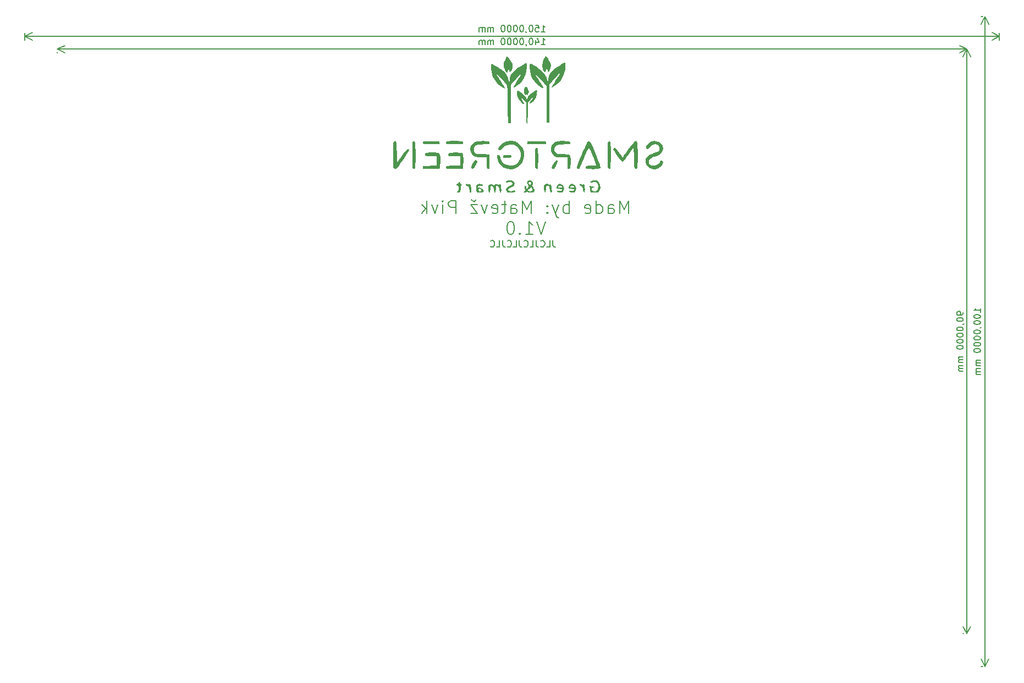
<source format=gbr>
%TF.GenerationSoftware,KiCad,Pcbnew,(6.0.5)*%
%TF.CreationDate,2022-06-14T15:57:39+02:00*%
%TF.ProjectId,SmartWatering,536d6172-7457-4617-9465-72696e672e6b,rev?*%
%TF.SameCoordinates,Original*%
%TF.FileFunction,Legend,Bot*%
%TF.FilePolarity,Positive*%
%FSLAX46Y46*%
G04 Gerber Fmt 4.6, Leading zero omitted, Abs format (unit mm)*
G04 Created by KiCad (PCBNEW (6.0.5)) date 2022-06-14 15:57:39*
%MOMM*%
%LPD*%
G01*
G04 APERTURE LIST*
%ADD10C,0.150000*%
%ADD11C,0.300000*%
G04 APERTURE END LIST*
D10*
X99523809Y-22302380D02*
X100095238Y-22302380D01*
X99809523Y-22302380D02*
X99809523Y-21302380D01*
X99904761Y-21445238D01*
X100000000Y-21540476D01*
X100095238Y-21588095D01*
X98619047Y-21302380D02*
X99095238Y-21302380D01*
X99142857Y-21778571D01*
X99095238Y-21730952D01*
X99000000Y-21683333D01*
X98761904Y-21683333D01*
X98666666Y-21730952D01*
X98619047Y-21778571D01*
X98571428Y-21873809D01*
X98571428Y-22111904D01*
X98619047Y-22207142D01*
X98666666Y-22254761D01*
X98761904Y-22302380D01*
X99000000Y-22302380D01*
X99095238Y-22254761D01*
X99142857Y-22207142D01*
X97952380Y-21302380D02*
X97857142Y-21302380D01*
X97761904Y-21350000D01*
X97714285Y-21397619D01*
X97666666Y-21492857D01*
X97619047Y-21683333D01*
X97619047Y-21921428D01*
X97666666Y-22111904D01*
X97714285Y-22207142D01*
X97761904Y-22254761D01*
X97857142Y-22302380D01*
X97952380Y-22302380D01*
X98047619Y-22254761D01*
X98095238Y-22207142D01*
X98142857Y-22111904D01*
X98190476Y-21921428D01*
X98190476Y-21683333D01*
X98142857Y-21492857D01*
X98095238Y-21397619D01*
X98047619Y-21350000D01*
X97952380Y-21302380D01*
X97142857Y-22254761D02*
X97142857Y-22302380D01*
X97190476Y-22397619D01*
X97238095Y-22445238D01*
X96523809Y-21302380D02*
X96428571Y-21302380D01*
X96333333Y-21350000D01*
X96285714Y-21397619D01*
X96238095Y-21492857D01*
X96190476Y-21683333D01*
X96190476Y-21921428D01*
X96238095Y-22111904D01*
X96285714Y-22207142D01*
X96333333Y-22254761D01*
X96428571Y-22302380D01*
X96523809Y-22302380D01*
X96619047Y-22254761D01*
X96666666Y-22207142D01*
X96714285Y-22111904D01*
X96761904Y-21921428D01*
X96761904Y-21683333D01*
X96714285Y-21492857D01*
X96666666Y-21397619D01*
X96619047Y-21350000D01*
X96523809Y-21302380D01*
X95571428Y-21302380D02*
X95476190Y-21302380D01*
X95380952Y-21350000D01*
X95333333Y-21397619D01*
X95285714Y-21492857D01*
X95238095Y-21683333D01*
X95238095Y-21921428D01*
X95285714Y-22111904D01*
X95333333Y-22207142D01*
X95380952Y-22254761D01*
X95476190Y-22302380D01*
X95571428Y-22302380D01*
X95666666Y-22254761D01*
X95714285Y-22207142D01*
X95761904Y-22111904D01*
X95809523Y-21921428D01*
X95809523Y-21683333D01*
X95761904Y-21492857D01*
X95714285Y-21397619D01*
X95666666Y-21350000D01*
X95571428Y-21302380D01*
X94619047Y-21302380D02*
X94523809Y-21302380D01*
X94428571Y-21350000D01*
X94380952Y-21397619D01*
X94333333Y-21492857D01*
X94285714Y-21683333D01*
X94285714Y-21921428D01*
X94333333Y-22111904D01*
X94380952Y-22207142D01*
X94428571Y-22254761D01*
X94523809Y-22302380D01*
X94619047Y-22302380D01*
X94714285Y-22254761D01*
X94761904Y-22207142D01*
X94809523Y-22111904D01*
X94857142Y-21921428D01*
X94857142Y-21683333D01*
X94809523Y-21492857D01*
X94761904Y-21397619D01*
X94714285Y-21350000D01*
X94619047Y-21302380D01*
X93666666Y-21302380D02*
X93571428Y-21302380D01*
X93476190Y-21350000D01*
X93428571Y-21397619D01*
X93380952Y-21492857D01*
X93333333Y-21683333D01*
X93333333Y-21921428D01*
X93380952Y-22111904D01*
X93428571Y-22207142D01*
X93476190Y-22254761D01*
X93571428Y-22302380D01*
X93666666Y-22302380D01*
X93761904Y-22254761D01*
X93809523Y-22207142D01*
X93857142Y-22111904D01*
X93904761Y-21921428D01*
X93904761Y-21683333D01*
X93857142Y-21492857D01*
X93809523Y-21397619D01*
X93761904Y-21350000D01*
X93666666Y-21302380D01*
X92142857Y-22302380D02*
X92142857Y-21635714D01*
X92142857Y-21730952D02*
X92095238Y-21683333D01*
X92000000Y-21635714D01*
X91857142Y-21635714D01*
X91761904Y-21683333D01*
X91714285Y-21778571D01*
X91714285Y-22302380D01*
X91714285Y-21778571D02*
X91666666Y-21683333D01*
X91571428Y-21635714D01*
X91428571Y-21635714D01*
X91333333Y-21683333D01*
X91285714Y-21778571D01*
X91285714Y-22302380D01*
X90809523Y-22302380D02*
X90809523Y-21635714D01*
X90809523Y-21730952D02*
X90761904Y-21683333D01*
X90666666Y-21635714D01*
X90523809Y-21635714D01*
X90428571Y-21683333D01*
X90380952Y-21778571D01*
X90380952Y-22302380D01*
X90380952Y-21778571D02*
X90333333Y-21683333D01*
X90238095Y-21635714D01*
X90095238Y-21635714D01*
X90000000Y-21683333D01*
X89952380Y-21778571D01*
X89952380Y-22302380D01*
X170000000Y-22500000D02*
X170000000Y-23586420D01*
X20000000Y-22500000D02*
X20000000Y-23586420D01*
X170000000Y-23000000D02*
X20000000Y-23000000D01*
X170000000Y-23000000D02*
X20000000Y-23000000D01*
X170000000Y-23000000D02*
X168873496Y-22413579D01*
X170000000Y-23000000D02*
X168873496Y-23586421D01*
X20000000Y-23000000D02*
X21126504Y-23586421D01*
X20000000Y-23000000D02*
X21126504Y-22413579D01*
X164452380Y-65476190D02*
X164452380Y-65666666D01*
X164404761Y-65761904D01*
X164357142Y-65809523D01*
X164214285Y-65904761D01*
X164023809Y-65952380D01*
X163642857Y-65952380D01*
X163547619Y-65904761D01*
X163500000Y-65857142D01*
X163452380Y-65761904D01*
X163452380Y-65571428D01*
X163500000Y-65476190D01*
X163547619Y-65428571D01*
X163642857Y-65380952D01*
X163880952Y-65380952D01*
X163976190Y-65428571D01*
X164023809Y-65476190D01*
X164071428Y-65571428D01*
X164071428Y-65761904D01*
X164023809Y-65857142D01*
X163976190Y-65904761D01*
X163880952Y-65952380D01*
X163452380Y-66571428D02*
X163452380Y-66666666D01*
X163500000Y-66761904D01*
X163547619Y-66809523D01*
X163642857Y-66857142D01*
X163833333Y-66904761D01*
X164071428Y-66904761D01*
X164261904Y-66857142D01*
X164357142Y-66809523D01*
X164404761Y-66761904D01*
X164452380Y-66666666D01*
X164452380Y-66571428D01*
X164404761Y-66476190D01*
X164357142Y-66428571D01*
X164261904Y-66380952D01*
X164071428Y-66333333D01*
X163833333Y-66333333D01*
X163642857Y-66380952D01*
X163547619Y-66428571D01*
X163500000Y-66476190D01*
X163452380Y-66571428D01*
X164404761Y-67380952D02*
X164452380Y-67380952D01*
X164547619Y-67333333D01*
X164595238Y-67285714D01*
X163452380Y-68000000D02*
X163452380Y-68095238D01*
X163500000Y-68190476D01*
X163547619Y-68238095D01*
X163642857Y-68285714D01*
X163833333Y-68333333D01*
X164071428Y-68333333D01*
X164261904Y-68285714D01*
X164357142Y-68238095D01*
X164404761Y-68190476D01*
X164452380Y-68095238D01*
X164452380Y-68000000D01*
X164404761Y-67904761D01*
X164357142Y-67857142D01*
X164261904Y-67809523D01*
X164071428Y-67761904D01*
X163833333Y-67761904D01*
X163642857Y-67809523D01*
X163547619Y-67857142D01*
X163500000Y-67904761D01*
X163452380Y-68000000D01*
X163452380Y-68952380D02*
X163452380Y-69047619D01*
X163500000Y-69142857D01*
X163547619Y-69190476D01*
X163642857Y-69238095D01*
X163833333Y-69285714D01*
X164071428Y-69285714D01*
X164261904Y-69238095D01*
X164357142Y-69190476D01*
X164404761Y-69142857D01*
X164452380Y-69047619D01*
X164452380Y-68952380D01*
X164404761Y-68857142D01*
X164357142Y-68809523D01*
X164261904Y-68761904D01*
X164071428Y-68714285D01*
X163833333Y-68714285D01*
X163642857Y-68761904D01*
X163547619Y-68809523D01*
X163500000Y-68857142D01*
X163452380Y-68952380D01*
X163452380Y-69904761D02*
X163452380Y-70000000D01*
X163500000Y-70095238D01*
X163547619Y-70142857D01*
X163642857Y-70190476D01*
X163833333Y-70238095D01*
X164071428Y-70238095D01*
X164261904Y-70190476D01*
X164357142Y-70142857D01*
X164404761Y-70095238D01*
X164452380Y-70000000D01*
X164452380Y-69904761D01*
X164404761Y-69809523D01*
X164357142Y-69761904D01*
X164261904Y-69714285D01*
X164071428Y-69666666D01*
X163833333Y-69666666D01*
X163642857Y-69714285D01*
X163547619Y-69761904D01*
X163500000Y-69809523D01*
X163452380Y-69904761D01*
X163452380Y-70857142D02*
X163452380Y-70952380D01*
X163500000Y-71047619D01*
X163547619Y-71095238D01*
X163642857Y-71142857D01*
X163833333Y-71190476D01*
X164071428Y-71190476D01*
X164261904Y-71142857D01*
X164357142Y-71095238D01*
X164404761Y-71047619D01*
X164452380Y-70952380D01*
X164452380Y-70857142D01*
X164404761Y-70761904D01*
X164357142Y-70714285D01*
X164261904Y-70666666D01*
X164071428Y-70619047D01*
X163833333Y-70619047D01*
X163642857Y-70666666D01*
X163547619Y-70714285D01*
X163500000Y-70761904D01*
X163452380Y-70857142D01*
X164452380Y-72380952D02*
X163785714Y-72380952D01*
X163880952Y-72380952D02*
X163833333Y-72428571D01*
X163785714Y-72523809D01*
X163785714Y-72666666D01*
X163833333Y-72761904D01*
X163928571Y-72809523D01*
X164452380Y-72809523D01*
X163928571Y-72809523D02*
X163833333Y-72857142D01*
X163785714Y-72952380D01*
X163785714Y-73095238D01*
X163833333Y-73190476D01*
X163928571Y-73238095D01*
X164452380Y-73238095D01*
X164452380Y-73714285D02*
X163785714Y-73714285D01*
X163880952Y-73714285D02*
X163833333Y-73761904D01*
X163785714Y-73857142D01*
X163785714Y-74000000D01*
X163833333Y-74095238D01*
X163928571Y-74142857D01*
X164452380Y-74142857D01*
X163928571Y-74142857D02*
X163833333Y-74190476D01*
X163785714Y-74285714D01*
X163785714Y-74428571D01*
X163833333Y-74523809D01*
X163928571Y-74571428D01*
X164452380Y-74571428D01*
X164500000Y-115000000D02*
X164413580Y-115000000D01*
X164500000Y-25000000D02*
X164413580Y-25000000D01*
X165000000Y-115000000D02*
X165000000Y-25000000D01*
X165000000Y-115000000D02*
X165000000Y-25000000D01*
X165000000Y-115000000D02*
X165586421Y-113873496D01*
X165000000Y-115000000D02*
X164413579Y-113873496D01*
X165000000Y-25000000D02*
X164413579Y-26126504D01*
X165000000Y-25000000D02*
X165586421Y-26126504D01*
X99523809Y-24302380D02*
X100095238Y-24302380D01*
X99809523Y-24302380D02*
X99809523Y-23302380D01*
X99904761Y-23445238D01*
X100000000Y-23540476D01*
X100095238Y-23588095D01*
X98666666Y-23635714D02*
X98666666Y-24302380D01*
X98904761Y-23254761D02*
X99142857Y-23969047D01*
X98523809Y-23969047D01*
X97952380Y-23302380D02*
X97857142Y-23302380D01*
X97761904Y-23350000D01*
X97714285Y-23397619D01*
X97666666Y-23492857D01*
X97619047Y-23683333D01*
X97619047Y-23921428D01*
X97666666Y-24111904D01*
X97714285Y-24207142D01*
X97761904Y-24254761D01*
X97857142Y-24302380D01*
X97952380Y-24302380D01*
X98047619Y-24254761D01*
X98095238Y-24207142D01*
X98142857Y-24111904D01*
X98190476Y-23921428D01*
X98190476Y-23683333D01*
X98142857Y-23492857D01*
X98095238Y-23397619D01*
X98047619Y-23350000D01*
X97952380Y-23302380D01*
X97142857Y-24254761D02*
X97142857Y-24302380D01*
X97190476Y-24397619D01*
X97238095Y-24445238D01*
X96523809Y-23302380D02*
X96428571Y-23302380D01*
X96333333Y-23350000D01*
X96285714Y-23397619D01*
X96238095Y-23492857D01*
X96190476Y-23683333D01*
X96190476Y-23921428D01*
X96238095Y-24111904D01*
X96285714Y-24207142D01*
X96333333Y-24254761D01*
X96428571Y-24302380D01*
X96523809Y-24302380D01*
X96619047Y-24254761D01*
X96666666Y-24207142D01*
X96714285Y-24111904D01*
X96761904Y-23921428D01*
X96761904Y-23683333D01*
X96714285Y-23492857D01*
X96666666Y-23397619D01*
X96619047Y-23350000D01*
X96523809Y-23302380D01*
X95571428Y-23302380D02*
X95476190Y-23302380D01*
X95380952Y-23350000D01*
X95333333Y-23397619D01*
X95285714Y-23492857D01*
X95238095Y-23683333D01*
X95238095Y-23921428D01*
X95285714Y-24111904D01*
X95333333Y-24207142D01*
X95380952Y-24254761D01*
X95476190Y-24302380D01*
X95571428Y-24302380D01*
X95666666Y-24254761D01*
X95714285Y-24207142D01*
X95761904Y-24111904D01*
X95809523Y-23921428D01*
X95809523Y-23683333D01*
X95761904Y-23492857D01*
X95714285Y-23397619D01*
X95666666Y-23350000D01*
X95571428Y-23302380D01*
X94619047Y-23302380D02*
X94523809Y-23302380D01*
X94428571Y-23350000D01*
X94380952Y-23397619D01*
X94333333Y-23492857D01*
X94285714Y-23683333D01*
X94285714Y-23921428D01*
X94333333Y-24111904D01*
X94380952Y-24207142D01*
X94428571Y-24254761D01*
X94523809Y-24302380D01*
X94619047Y-24302380D01*
X94714285Y-24254761D01*
X94761904Y-24207142D01*
X94809523Y-24111904D01*
X94857142Y-23921428D01*
X94857142Y-23683333D01*
X94809523Y-23492857D01*
X94761904Y-23397619D01*
X94714285Y-23350000D01*
X94619047Y-23302380D01*
X93666666Y-23302380D02*
X93571428Y-23302380D01*
X93476190Y-23350000D01*
X93428571Y-23397619D01*
X93380952Y-23492857D01*
X93333333Y-23683333D01*
X93333333Y-23921428D01*
X93380952Y-24111904D01*
X93428571Y-24207142D01*
X93476190Y-24254761D01*
X93571428Y-24302380D01*
X93666666Y-24302380D01*
X93761904Y-24254761D01*
X93809523Y-24207142D01*
X93857142Y-24111904D01*
X93904761Y-23921428D01*
X93904761Y-23683333D01*
X93857142Y-23492857D01*
X93809523Y-23397619D01*
X93761904Y-23350000D01*
X93666666Y-23302380D01*
X92142857Y-24302380D02*
X92142857Y-23635714D01*
X92142857Y-23730952D02*
X92095238Y-23683333D01*
X92000000Y-23635714D01*
X91857142Y-23635714D01*
X91761904Y-23683333D01*
X91714285Y-23778571D01*
X91714285Y-24302380D01*
X91714285Y-23778571D02*
X91666666Y-23683333D01*
X91571428Y-23635714D01*
X91428571Y-23635714D01*
X91333333Y-23683333D01*
X91285714Y-23778571D01*
X91285714Y-24302380D01*
X90809523Y-24302380D02*
X90809523Y-23635714D01*
X90809523Y-23730952D02*
X90761904Y-23683333D01*
X90666666Y-23635714D01*
X90523809Y-23635714D01*
X90428571Y-23683333D01*
X90380952Y-23778571D01*
X90380952Y-24302380D01*
X90380952Y-23778571D02*
X90333333Y-23683333D01*
X90238095Y-23635714D01*
X90095238Y-23635714D01*
X90000000Y-23683333D01*
X89952380Y-23778571D01*
X89952380Y-24302380D01*
X165000000Y-25500000D02*
X165000000Y-25586420D01*
X25000000Y-25500000D02*
X25000000Y-25586420D01*
X165000000Y-25000000D02*
X25000000Y-25000000D01*
X165000000Y-25000000D02*
X25000000Y-25000000D01*
X165000000Y-25000000D02*
X163873496Y-24413579D01*
X165000000Y-25000000D02*
X163873496Y-25586421D01*
X25000000Y-25000000D02*
X26126504Y-25586421D01*
X25000000Y-25000000D02*
X26126504Y-24413579D01*
X167102380Y-65476190D02*
X167102380Y-64904761D01*
X167102380Y-65190476D02*
X166102380Y-65190476D01*
X166245238Y-65095238D01*
X166340476Y-65000000D01*
X166388095Y-64904761D01*
X166102380Y-66095238D02*
X166102380Y-66190476D01*
X166150000Y-66285714D01*
X166197619Y-66333333D01*
X166292857Y-66380952D01*
X166483333Y-66428571D01*
X166721428Y-66428571D01*
X166911904Y-66380952D01*
X167007142Y-66333333D01*
X167054761Y-66285714D01*
X167102380Y-66190476D01*
X167102380Y-66095238D01*
X167054761Y-66000000D01*
X167007142Y-65952380D01*
X166911904Y-65904761D01*
X166721428Y-65857142D01*
X166483333Y-65857142D01*
X166292857Y-65904761D01*
X166197619Y-65952380D01*
X166150000Y-66000000D01*
X166102380Y-66095238D01*
X166102380Y-67047619D02*
X166102380Y-67142857D01*
X166150000Y-67238095D01*
X166197619Y-67285714D01*
X166292857Y-67333333D01*
X166483333Y-67380952D01*
X166721428Y-67380952D01*
X166911904Y-67333333D01*
X167007142Y-67285714D01*
X167054761Y-67238095D01*
X167102380Y-67142857D01*
X167102380Y-67047619D01*
X167054761Y-66952380D01*
X167007142Y-66904761D01*
X166911904Y-66857142D01*
X166721428Y-66809523D01*
X166483333Y-66809523D01*
X166292857Y-66857142D01*
X166197619Y-66904761D01*
X166150000Y-66952380D01*
X166102380Y-67047619D01*
X167054761Y-67857142D02*
X167102380Y-67857142D01*
X167197619Y-67809523D01*
X167245238Y-67761904D01*
X166102380Y-68476190D02*
X166102380Y-68571428D01*
X166150000Y-68666666D01*
X166197619Y-68714285D01*
X166292857Y-68761904D01*
X166483333Y-68809523D01*
X166721428Y-68809523D01*
X166911904Y-68761904D01*
X167007142Y-68714285D01*
X167054761Y-68666666D01*
X167102380Y-68571428D01*
X167102380Y-68476190D01*
X167054761Y-68380952D01*
X167007142Y-68333333D01*
X166911904Y-68285714D01*
X166721428Y-68238095D01*
X166483333Y-68238095D01*
X166292857Y-68285714D01*
X166197619Y-68333333D01*
X166150000Y-68380952D01*
X166102380Y-68476190D01*
X166102380Y-69428571D02*
X166102380Y-69523809D01*
X166150000Y-69619047D01*
X166197619Y-69666666D01*
X166292857Y-69714285D01*
X166483333Y-69761904D01*
X166721428Y-69761904D01*
X166911904Y-69714285D01*
X167007142Y-69666666D01*
X167054761Y-69619047D01*
X167102380Y-69523809D01*
X167102380Y-69428571D01*
X167054761Y-69333333D01*
X167007142Y-69285714D01*
X166911904Y-69238095D01*
X166721428Y-69190476D01*
X166483333Y-69190476D01*
X166292857Y-69238095D01*
X166197619Y-69285714D01*
X166150000Y-69333333D01*
X166102380Y-69428571D01*
X166102380Y-70380952D02*
X166102380Y-70476190D01*
X166150000Y-70571428D01*
X166197619Y-70619047D01*
X166292857Y-70666666D01*
X166483333Y-70714285D01*
X166721428Y-70714285D01*
X166911904Y-70666666D01*
X167007142Y-70619047D01*
X167054761Y-70571428D01*
X167102380Y-70476190D01*
X167102380Y-70380952D01*
X167054761Y-70285714D01*
X167007142Y-70238095D01*
X166911904Y-70190476D01*
X166721428Y-70142857D01*
X166483333Y-70142857D01*
X166292857Y-70190476D01*
X166197619Y-70238095D01*
X166150000Y-70285714D01*
X166102380Y-70380952D01*
X166102380Y-71333333D02*
X166102380Y-71428571D01*
X166150000Y-71523809D01*
X166197619Y-71571428D01*
X166292857Y-71619047D01*
X166483333Y-71666666D01*
X166721428Y-71666666D01*
X166911904Y-71619047D01*
X167007142Y-71571428D01*
X167054761Y-71523809D01*
X167102380Y-71428571D01*
X167102380Y-71333333D01*
X167054761Y-71238095D01*
X167007142Y-71190476D01*
X166911904Y-71142857D01*
X166721428Y-71095238D01*
X166483333Y-71095238D01*
X166292857Y-71142857D01*
X166197619Y-71190476D01*
X166150000Y-71238095D01*
X166102380Y-71333333D01*
X167102380Y-72857142D02*
X166435714Y-72857142D01*
X166530952Y-72857142D02*
X166483333Y-72904761D01*
X166435714Y-73000000D01*
X166435714Y-73142857D01*
X166483333Y-73238095D01*
X166578571Y-73285714D01*
X167102380Y-73285714D01*
X166578571Y-73285714D02*
X166483333Y-73333333D01*
X166435714Y-73428571D01*
X166435714Y-73571428D01*
X166483333Y-73666666D01*
X166578571Y-73714285D01*
X167102380Y-73714285D01*
X167102380Y-74190476D02*
X166435714Y-74190476D01*
X166530952Y-74190476D02*
X166483333Y-74238095D01*
X166435714Y-74333333D01*
X166435714Y-74476190D01*
X166483333Y-74571428D01*
X166578571Y-74619047D01*
X167102380Y-74619047D01*
X166578571Y-74619047D02*
X166483333Y-74666666D01*
X166435714Y-74761904D01*
X166435714Y-74904761D01*
X166483333Y-75000000D01*
X166578571Y-75047619D01*
X167102380Y-75047619D01*
X167500000Y-120000000D02*
X167213580Y-120000000D01*
X167500000Y-20000000D02*
X167213580Y-20000000D01*
X167800000Y-120000000D02*
X167800000Y-20000000D01*
X167800000Y-120000000D02*
X167800000Y-20000000D01*
X167800000Y-120000000D02*
X168386421Y-118873496D01*
X167800000Y-120000000D02*
X167213579Y-118873496D01*
X167800000Y-20000000D02*
X167213579Y-21126504D01*
X167800000Y-20000000D02*
X168386421Y-21126504D01*
X112927142Y-50294761D02*
X112927142Y-48294761D01*
X112260476Y-49723333D01*
X111593809Y-48294761D01*
X111593809Y-50294761D01*
X109784285Y-50294761D02*
X109784285Y-49247142D01*
X109879523Y-49056666D01*
X110070000Y-48961428D01*
X110450952Y-48961428D01*
X110641428Y-49056666D01*
X109784285Y-50199523D02*
X109974761Y-50294761D01*
X110450952Y-50294761D01*
X110641428Y-50199523D01*
X110736666Y-50009047D01*
X110736666Y-49818571D01*
X110641428Y-49628095D01*
X110450952Y-49532857D01*
X109974761Y-49532857D01*
X109784285Y-49437619D01*
X107974761Y-50294761D02*
X107974761Y-48294761D01*
X107974761Y-50199523D02*
X108165238Y-50294761D01*
X108546190Y-50294761D01*
X108736666Y-50199523D01*
X108831904Y-50104285D01*
X108927142Y-49913809D01*
X108927142Y-49342380D01*
X108831904Y-49151904D01*
X108736666Y-49056666D01*
X108546190Y-48961428D01*
X108165238Y-48961428D01*
X107974761Y-49056666D01*
X106260476Y-50199523D02*
X106450952Y-50294761D01*
X106831904Y-50294761D01*
X107022380Y-50199523D01*
X107117619Y-50009047D01*
X107117619Y-49247142D01*
X107022380Y-49056666D01*
X106831904Y-48961428D01*
X106450952Y-48961428D01*
X106260476Y-49056666D01*
X106165238Y-49247142D01*
X106165238Y-49437619D01*
X107117619Y-49628095D01*
X103784285Y-50294761D02*
X103784285Y-48294761D01*
X103784285Y-49056666D02*
X103593809Y-48961428D01*
X103212857Y-48961428D01*
X103022380Y-49056666D01*
X102927142Y-49151904D01*
X102831904Y-49342380D01*
X102831904Y-49913809D01*
X102927142Y-50104285D01*
X103022380Y-50199523D01*
X103212857Y-50294761D01*
X103593809Y-50294761D01*
X103784285Y-50199523D01*
X102165238Y-48961428D02*
X101689047Y-50294761D01*
X101212857Y-48961428D02*
X101689047Y-50294761D01*
X101879523Y-50770952D01*
X101974761Y-50866190D01*
X102165238Y-50961428D01*
X100450952Y-50104285D02*
X100355714Y-50199523D01*
X100450952Y-50294761D01*
X100546190Y-50199523D01*
X100450952Y-50104285D01*
X100450952Y-50294761D01*
X100450952Y-49056666D02*
X100355714Y-49151904D01*
X100450952Y-49247142D01*
X100546190Y-49151904D01*
X100450952Y-49056666D01*
X100450952Y-49247142D01*
X97974761Y-50294761D02*
X97974761Y-48294761D01*
X97308095Y-49723333D01*
X96641428Y-48294761D01*
X96641428Y-50294761D01*
X94831904Y-50294761D02*
X94831904Y-49247142D01*
X94927142Y-49056666D01*
X95117619Y-48961428D01*
X95498571Y-48961428D01*
X95689047Y-49056666D01*
X94831904Y-50199523D02*
X95022380Y-50294761D01*
X95498571Y-50294761D01*
X95689047Y-50199523D01*
X95784285Y-50009047D01*
X95784285Y-49818571D01*
X95689047Y-49628095D01*
X95498571Y-49532857D01*
X95022380Y-49532857D01*
X94831904Y-49437619D01*
X94165238Y-48961428D02*
X93403333Y-48961428D01*
X93879523Y-48294761D02*
X93879523Y-50009047D01*
X93784285Y-50199523D01*
X93593809Y-50294761D01*
X93403333Y-50294761D01*
X91974761Y-50199523D02*
X92165238Y-50294761D01*
X92546190Y-50294761D01*
X92736666Y-50199523D01*
X92831904Y-50009047D01*
X92831904Y-49247142D01*
X92736666Y-49056666D01*
X92546190Y-48961428D01*
X92165238Y-48961428D01*
X91974761Y-49056666D01*
X91879523Y-49247142D01*
X91879523Y-49437619D01*
X92831904Y-49628095D01*
X91212857Y-48961428D02*
X90736666Y-50294761D01*
X90260476Y-48961428D01*
X89689047Y-48961428D02*
X88641428Y-48961428D01*
X89689047Y-50294761D01*
X88641428Y-50294761D01*
X89498571Y-48199523D02*
X89117619Y-48485238D01*
X88736666Y-48199523D01*
X86355714Y-50294761D02*
X86355714Y-48294761D01*
X85593809Y-48294761D01*
X85403333Y-48390000D01*
X85308095Y-48485238D01*
X85212857Y-48675714D01*
X85212857Y-48961428D01*
X85308095Y-49151904D01*
X85403333Y-49247142D01*
X85593809Y-49342380D01*
X86355714Y-49342380D01*
X84355714Y-50294761D02*
X84355714Y-48961428D01*
X84355714Y-48294761D02*
X84450952Y-48390000D01*
X84355714Y-48485238D01*
X84260476Y-48390000D01*
X84355714Y-48294761D01*
X84355714Y-48485238D01*
X83593809Y-48961428D02*
X83117619Y-50294761D01*
X82641428Y-48961428D01*
X81879523Y-50294761D02*
X81879523Y-48294761D01*
X81689047Y-49532857D02*
X81117619Y-50294761D01*
X81117619Y-48961428D02*
X81879523Y-49723333D01*
X100117619Y-51514761D02*
X99450952Y-53514761D01*
X98784285Y-51514761D01*
X97070000Y-53514761D02*
X98212857Y-53514761D01*
X97641428Y-53514761D02*
X97641428Y-51514761D01*
X97831904Y-51800476D01*
X98022380Y-51990952D01*
X98212857Y-52086190D01*
X96212857Y-53324285D02*
X96117619Y-53419523D01*
X96212857Y-53514761D01*
X96308095Y-53419523D01*
X96212857Y-53324285D01*
X96212857Y-53514761D01*
X94879523Y-51514761D02*
X94689047Y-51514761D01*
X94498571Y-51610000D01*
X94403333Y-51705238D01*
X94308095Y-51895714D01*
X94212857Y-52276666D01*
X94212857Y-52752857D01*
X94308095Y-53133809D01*
X94403333Y-53324285D01*
X94498571Y-53419523D01*
X94689047Y-53514761D01*
X94879523Y-53514761D01*
X95070000Y-53419523D01*
X95165238Y-53324285D01*
X95260476Y-53133809D01*
X95355714Y-52752857D01*
X95355714Y-52276666D01*
X95260476Y-51895714D01*
X95165238Y-51705238D01*
X95070000Y-51610000D01*
X94879523Y-51514761D01*
X101280605Y-54452380D02*
X101280605Y-55166666D01*
X101328224Y-55309523D01*
X101423462Y-55404761D01*
X101566319Y-55452380D01*
X101661558Y-55452380D01*
X100328224Y-55452380D02*
X100804415Y-55452380D01*
X100804415Y-54452380D01*
X99423462Y-55357142D02*
X99471081Y-55404761D01*
X99613938Y-55452380D01*
X99709177Y-55452380D01*
X99852034Y-55404761D01*
X99947272Y-55309523D01*
X99994891Y-55214285D01*
X100042510Y-55023809D01*
X100042510Y-54880952D01*
X99994891Y-54690476D01*
X99947272Y-54595238D01*
X99852034Y-54500000D01*
X99709177Y-54452380D01*
X99613938Y-54452380D01*
X99471081Y-54500000D01*
X99423462Y-54547619D01*
X98709177Y-54452380D02*
X98709177Y-55166666D01*
X98756796Y-55309523D01*
X98852034Y-55404761D01*
X98994891Y-55452380D01*
X99090129Y-55452380D01*
X97756796Y-55452380D02*
X98232986Y-55452380D01*
X98232986Y-54452380D01*
X96852034Y-55357142D02*
X96899653Y-55404761D01*
X97042510Y-55452380D01*
X97137748Y-55452380D01*
X97280605Y-55404761D01*
X97375843Y-55309523D01*
X97423462Y-55214285D01*
X97471081Y-55023809D01*
X97471081Y-54880952D01*
X97423462Y-54690476D01*
X97375843Y-54595238D01*
X97280605Y-54500000D01*
X97137748Y-54452380D01*
X97042510Y-54452380D01*
X96899653Y-54500000D01*
X96852034Y-54547619D01*
X96137748Y-54452380D02*
X96137748Y-55166666D01*
X96185367Y-55309523D01*
X96280605Y-55404761D01*
X96423462Y-55452380D01*
X96518700Y-55452380D01*
X95185367Y-55452380D02*
X95661558Y-55452380D01*
X95661558Y-54452380D01*
X94280605Y-55357142D02*
X94328224Y-55404761D01*
X94471081Y-55452380D01*
X94566319Y-55452380D01*
X94709177Y-55404761D01*
X94804415Y-55309523D01*
X94852034Y-55214285D01*
X94899653Y-55023809D01*
X94899653Y-54880952D01*
X94852034Y-54690476D01*
X94804415Y-54595238D01*
X94709177Y-54500000D01*
X94566319Y-54452380D01*
X94471081Y-54452380D01*
X94328224Y-54500000D01*
X94280605Y-54547619D01*
X93566319Y-54452380D02*
X93566319Y-55166666D01*
X93613938Y-55309523D01*
X93709177Y-55404761D01*
X93852034Y-55452380D01*
X93947272Y-55452380D01*
X92613938Y-55452380D02*
X93090129Y-55452380D01*
X93090129Y-54452380D01*
X91709177Y-55357142D02*
X91756796Y-55404761D01*
X91899653Y-55452380D01*
X91994891Y-55452380D01*
X92137748Y-55404761D01*
X92232986Y-55309523D01*
X92280605Y-55214285D01*
X92328224Y-55023809D01*
X92328224Y-54880952D01*
X92280605Y-54690476D01*
X92232986Y-54595238D01*
X92137748Y-54500000D01*
X91994891Y-54452380D01*
X91899653Y-54452380D01*
X91756796Y-54500000D01*
X91709177Y-54547619D01*
D11*
%TO.C, *%
G36*
X97209961Y-30781209D02*
G01*
X97329411Y-30926798D01*
X97451449Y-31142971D01*
X97546420Y-31374312D01*
X97584667Y-31565405D01*
X97565583Y-31725322D01*
X97484886Y-31962732D01*
X97466781Y-31995950D01*
X97405317Y-32081405D01*
X97359711Y-32039186D01*
X97300182Y-31851333D01*
X97215259Y-31555000D01*
X97167130Y-31851333D01*
X97119000Y-32147666D01*
X96970833Y-31938327D01*
X96871303Y-31746700D01*
X96822667Y-31533441D01*
X96827640Y-31460512D01*
X96878411Y-31236221D01*
X96964803Y-31004809D01*
X97062866Y-30823787D01*
X97148650Y-30750666D01*
X97209961Y-30781209D01*
G37*
G36*
X102009354Y-42108421D02*
G01*
X102045207Y-42278682D01*
X101966177Y-42556958D01*
X101773080Y-42935624D01*
X101762049Y-42954358D01*
X101557749Y-43259619D01*
X101391165Y-43410701D01*
X101249230Y-43414438D01*
X101118877Y-43277660D01*
X101106336Y-43239143D01*
X101136274Y-43061678D01*
X101241138Y-42817043D01*
X101393808Y-42549580D01*
X101567164Y-42303635D01*
X101734086Y-42123549D01*
X101867455Y-42053666D01*
X102009354Y-42108421D01*
G37*
G36*
X86866358Y-40919625D02*
G01*
X87163525Y-40949586D01*
X87345566Y-40998312D01*
X87396302Y-41032023D01*
X87447256Y-41102875D01*
X87480187Y-41228308D01*
X87498945Y-41437005D01*
X87507378Y-41757649D01*
X87509333Y-42218923D01*
X87509025Y-42361444D01*
X87501375Y-42823110D01*
X87482284Y-43137565D01*
X87450182Y-43322248D01*
X87403500Y-43394593D01*
X87388404Y-43398648D01*
X87232114Y-43414500D01*
X86949546Y-43428243D01*
X86575272Y-43438522D01*
X86143867Y-43443982D01*
X85643227Y-43441583D01*
X85258608Y-43423179D01*
X85005992Y-43383203D01*
X84866356Y-43316311D01*
X84820677Y-43217158D01*
X84849931Y-43080398D01*
X84851805Y-43075740D01*
X84900129Y-43018569D01*
X85006516Y-42980150D01*
X85198767Y-42957010D01*
X85504681Y-42945673D01*
X85952059Y-42942666D01*
X87001333Y-42942666D01*
X87001333Y-41509257D01*
X86142502Y-41485128D01*
X85925958Y-41478082D01*
X85594173Y-41458905D01*
X85382798Y-41428217D01*
X85259014Y-41379909D01*
X85190002Y-41307874D01*
X85179640Y-41290354D01*
X85149687Y-41154924D01*
X85260682Y-41032707D01*
X85273307Y-41024575D01*
X85451955Y-40972163D01*
X85746862Y-40934698D01*
X86111749Y-40912945D01*
X86500340Y-40907666D01*
X86866358Y-40919625D01*
G37*
G36*
X93207428Y-45795239D02*
G01*
X93282062Y-45997676D01*
X93331730Y-46318778D01*
X93350402Y-46731500D01*
X93334384Y-46952943D01*
X93277431Y-47093677D01*
X93198213Y-47085746D01*
X93116851Y-46934885D01*
X93053465Y-46646833D01*
X93022223Y-46449873D01*
X92943813Y-46176993D01*
X92829560Y-46032806D01*
X92663633Y-45990666D01*
X92588945Y-46003817D01*
X92535026Y-46075164D01*
X92510482Y-46241940D01*
X92504667Y-46541000D01*
X92504270Y-46621837D01*
X92490517Y-46901979D01*
X92452468Y-47048822D01*
X92383759Y-47091333D01*
X92338651Y-47074906D01*
X92261748Y-46930467D01*
X92204987Y-46628199D01*
X92189490Y-46520839D01*
X92099289Y-46193232D01*
X91964398Y-46025966D01*
X91786078Y-46020870D01*
X91715554Y-46088477D01*
X91671216Y-46266142D01*
X91658000Y-46580676D01*
X91648087Y-46867419D01*
X91611483Y-47039492D01*
X91542508Y-47091333D01*
X91528582Y-47088540D01*
X91452965Y-46985159D01*
X91385805Y-46765253D01*
X91337721Y-46473413D01*
X91319333Y-46154230D01*
X91337864Y-46043247D01*
X91466697Y-45862640D01*
X91670856Y-45757611D01*
X91893897Y-45749915D01*
X92079375Y-45861306D01*
X92103291Y-45889125D01*
X92195414Y-45942897D01*
X92307456Y-45861306D01*
X92478164Y-45763456D01*
X92715219Y-45746906D01*
X92911067Y-45838266D01*
X92987676Y-45897171D01*
X93012667Y-45838266D01*
X93023373Y-45795743D01*
X93128589Y-45736666D01*
X93207428Y-45795239D01*
G37*
G36*
X103404109Y-39143418D02*
G01*
X103736248Y-39180756D01*
X103933320Y-39250714D01*
X104012042Y-39359316D01*
X103989130Y-39512588D01*
X103930065Y-39575342D01*
X103790970Y-39614757D01*
X103542235Y-39635165D01*
X103154157Y-39641138D01*
X102713654Y-39649860D01*
X102272004Y-39689696D01*
X101955933Y-39767674D01*
X101741927Y-39890214D01*
X101606469Y-40063737D01*
X101597637Y-40081028D01*
X101491801Y-40393341D01*
X101532778Y-40657279D01*
X101726821Y-40917179D01*
X101798577Y-40987319D01*
X101906432Y-41072552D01*
X102032159Y-41124882D01*
X102213623Y-41152331D01*
X102488688Y-41162919D01*
X102895221Y-41164666D01*
X103001881Y-41165049D01*
X103464668Y-41179155D01*
X103772114Y-41213109D01*
X103917733Y-41266266D01*
X103952019Y-41341822D01*
X103989643Y-41564363D01*
X104013093Y-41881438D01*
X104022369Y-42249168D01*
X104017471Y-42623675D01*
X103998399Y-42961080D01*
X103965153Y-43217503D01*
X103917733Y-43349066D01*
X103850388Y-43415036D01*
X103775803Y-43443543D01*
X103645258Y-43399274D01*
X103622711Y-43388075D01*
X103567135Y-43316280D01*
X103533090Y-43166253D01*
X103516012Y-42907686D01*
X103511333Y-42510274D01*
X103511333Y-41672666D01*
X102677188Y-41672666D01*
X102441512Y-41671413D01*
X102111921Y-41659495D01*
X101883713Y-41628727D01*
X101712864Y-41571569D01*
X101555354Y-41480478D01*
X101443402Y-41397030D01*
X101162879Y-41069766D01*
X101013956Y-40687395D01*
X100994469Y-40284675D01*
X101102254Y-39896365D01*
X101335147Y-39557223D01*
X101690985Y-39302007D01*
X101717706Y-39289330D01*
X101924099Y-39211720D01*
X102166170Y-39163770D01*
X102488341Y-39139434D01*
X102935031Y-39132666D01*
X103404109Y-39143418D01*
G37*
G36*
X104826720Y-46728584D02*
G01*
X104722297Y-46940456D01*
X104564818Y-47037607D01*
X104328514Y-47084512D01*
X104080120Y-47074025D01*
X103877740Y-47009092D01*
X103779479Y-46892657D01*
X103772537Y-46845153D01*
X103804592Y-46773949D01*
X103948051Y-46801337D01*
X104119097Y-46843672D01*
X104379334Y-46840038D01*
X104539586Y-46735741D01*
X104595307Y-46625989D01*
X104573823Y-46545461D01*
X104432287Y-46507916D01*
X104146333Y-46498666D01*
X103913771Y-46495198D01*
X103756643Y-46471347D01*
X103692755Y-46408225D01*
X103680667Y-46287000D01*
X103683002Y-46244026D01*
X103707752Y-46181166D01*
X103950349Y-46181166D01*
X103955176Y-46266624D01*
X104047639Y-46316606D01*
X104270104Y-46329333D01*
X104352607Y-46328927D01*
X104523540Y-46315333D01*
X104569569Y-46265082D01*
X104524618Y-46154925D01*
X104406669Y-46043051D01*
X104220958Y-46002224D01*
X104045899Y-46049311D01*
X103950349Y-46181166D01*
X103707752Y-46181166D01*
X103779195Y-45999714D01*
X103976443Y-45811817D01*
X104219582Y-45736666D01*
X104426312Y-45788119D01*
X104642915Y-45912145D01*
X104728684Y-45988093D01*
X104837205Y-46168844D01*
X104847631Y-46265082D01*
X104866000Y-46434645D01*
X104826720Y-46728584D01*
G37*
G36*
X103182924Y-27094358D02*
G01*
X103217616Y-27289051D01*
X103231763Y-27564581D01*
X103223159Y-27875868D01*
X103189598Y-28177832D01*
X103143178Y-28412251D01*
X102901649Y-29125985D01*
X102531579Y-29761881D01*
X102049164Y-30296127D01*
X101470601Y-30704914D01*
X101291957Y-30801384D01*
X101150219Y-30866634D01*
X101098222Y-30855695D01*
X101136455Y-30752026D01*
X101265410Y-30539085D01*
X101485577Y-30200333D01*
X101494057Y-30187330D01*
X101725131Y-29821719D01*
X101960609Y-29431744D01*
X102150776Y-29099666D01*
X102428885Y-28591666D01*
X102032914Y-28972666D01*
X102011004Y-28993916D01*
X101750980Y-29262081D01*
X101452946Y-29590657D01*
X101177138Y-29913425D01*
X100717333Y-30473183D01*
X100717333Y-36338666D01*
X100294000Y-36338666D01*
X100294000Y-30681205D01*
X99964711Y-30271436D01*
X99939896Y-30240934D01*
X99701459Y-29967793D01*
X99404507Y-29651220D01*
X99107379Y-29353666D01*
X98579337Y-28845666D01*
X98815240Y-29269000D01*
X98841413Y-29315402D01*
X99017247Y-29612800D01*
X99237756Y-29969994D01*
X99461528Y-30319655D01*
X99547028Y-30452319D01*
X99706505Y-30712835D01*
X99809606Y-30900568D01*
X99837161Y-30981728D01*
X99815926Y-30984918D01*
X99682301Y-30943977D01*
X99476705Y-30849552D01*
X99178906Y-30659002D01*
X98789205Y-30318035D01*
X98429376Y-29912229D01*
X98150103Y-29493401D01*
X98065291Y-29321049D01*
X97895713Y-28858982D01*
X97772490Y-28355932D01*
X97708939Y-27874125D01*
X97718374Y-27475784D01*
X97732241Y-27386931D01*
X97772391Y-27211159D01*
X97825068Y-27165603D01*
X97912364Y-27221280D01*
X97940716Y-27243649D01*
X98112748Y-27360003D01*
X98374110Y-27522775D01*
X98680388Y-27704048D01*
X99227420Y-28052140D01*
X99741993Y-28477840D01*
X100100546Y-28916321D01*
X100310348Y-29376848D01*
X100378667Y-29868685D01*
X100378682Y-29879023D01*
X100394364Y-30134094D01*
X100432116Y-30233370D01*
X100481031Y-30186779D01*
X100530202Y-30004248D01*
X100568722Y-29695703D01*
X100569061Y-29691511D01*
X100694776Y-29087337D01*
X100963826Y-28569714D01*
X101372380Y-28146028D01*
X101447864Y-28089561D01*
X101665919Y-27937862D01*
X101948563Y-27749762D01*
X102261584Y-27547033D01*
X102570771Y-27351451D01*
X102841911Y-27184791D01*
X103040792Y-27068826D01*
X103133203Y-27025333D01*
X103182924Y-27094358D01*
G37*
G36*
X114187137Y-39172266D02*
G01*
X114250644Y-39268405D01*
X114294988Y-39442609D01*
X114323567Y-39713130D01*
X114339775Y-40098218D01*
X114347010Y-40616125D01*
X114348667Y-41285100D01*
X114348090Y-41614545D01*
X114342362Y-42239612D01*
X114330002Y-42713261D01*
X114310405Y-43047828D01*
X114282962Y-43255651D01*
X114247067Y-43349066D01*
X114190938Y-43396019D01*
X114012313Y-43444140D01*
X113866830Y-43344833D01*
X113843898Y-43237554D01*
X113818872Y-42987235D01*
X113794608Y-42623984D01*
X113773014Y-42176585D01*
X113756000Y-41673824D01*
X113713667Y-40108649D01*
X112914584Y-41232467D01*
X112809394Y-41379178D01*
X112508427Y-41783156D01*
X112264226Y-42085776D01*
X112088320Y-42273296D01*
X111992235Y-42331976D01*
X111974621Y-42323520D01*
X111859545Y-42212912D01*
X111676659Y-41996047D01*
X111447244Y-41699103D01*
X111192581Y-41348260D01*
X111025535Y-41109921D01*
X110808171Y-40789884D01*
X110672854Y-40568880D01*
X110607605Y-40423468D01*
X110600446Y-40330204D01*
X110639399Y-40265649D01*
X110669665Y-40237587D01*
X110775716Y-40184379D01*
X110893820Y-40215288D01*
X111042882Y-40345504D01*
X111241810Y-40590212D01*
X111509509Y-40964599D01*
X111648711Y-41164669D01*
X111829313Y-41416339D01*
X111947552Y-41557172D01*
X112025071Y-41605265D01*
X112083509Y-41578716D01*
X112144509Y-41495622D01*
X112307694Y-41252781D01*
X112591714Y-40846183D01*
X112890068Y-40434916D01*
X113184302Y-40042962D01*
X113455964Y-39694304D01*
X113686598Y-39412923D01*
X113857753Y-39222802D01*
X113950975Y-39147922D01*
X113989052Y-39141185D01*
X114101072Y-39135943D01*
X114187137Y-39172266D01*
G37*
G36*
X100949036Y-45751387D02*
G01*
X101020595Y-45890420D01*
X101081171Y-46146002D01*
X101123404Y-46481054D01*
X101139931Y-46858500D01*
X101114767Y-47016375D01*
X101017503Y-47091333D01*
X100955653Y-47068453D01*
X100888823Y-46952995D01*
X100833679Y-46717756D01*
X100782501Y-46337980D01*
X100712576Y-46147275D01*
X100549752Y-46016579D01*
X100347842Y-46016868D01*
X100339240Y-46020431D01*
X100261053Y-46100240D01*
X100220759Y-46274743D01*
X100209333Y-46580676D01*
X100209333Y-46581286D01*
X100198246Y-46882900D01*
X100160805Y-47043788D01*
X100090647Y-47091333D01*
X100035052Y-47062452D01*
X99965705Y-46898588D01*
X99912454Y-46578623D01*
X99898876Y-46452407D01*
X99887054Y-46192425D01*
X99919074Y-46026360D01*
X100001929Y-45901290D01*
X100094128Y-45819510D01*
X100346580Y-45741325D01*
X100638233Y-45824312D01*
X100750172Y-45868712D01*
X100802000Y-45824312D01*
X100812347Y-45788113D01*
X100917207Y-45736666D01*
X100949036Y-45751387D01*
G37*
G36*
X97281153Y-27380511D02*
G01*
X97294358Y-27517954D01*
X97280892Y-27908985D01*
X97216698Y-28361836D01*
X97112595Y-28811534D01*
X96979397Y-29193105D01*
X96843901Y-29457749D01*
X96512972Y-29934789D01*
X96115597Y-30355286D01*
X95699712Y-30664133D01*
X95495310Y-30777628D01*
X95295177Y-30879600D01*
X95193389Y-30919205D01*
X95188066Y-30912876D01*
X95225523Y-30811607D01*
X95333537Y-30612425D01*
X95494601Y-30348500D01*
X95710067Y-30001969D01*
X95945935Y-29608520D01*
X96141275Y-29269000D01*
X96423791Y-28761000D01*
X95936401Y-29226666D01*
X95649002Y-29514048D01*
X95353886Y-29830275D01*
X95119839Y-30102102D01*
X94790667Y-30511872D01*
X94790667Y-36423333D01*
X94367333Y-36423333D01*
X94357615Y-34285500D01*
X94355459Y-33901135D01*
X94350255Y-33268193D01*
X94343414Y-32666852D01*
X94335411Y-32131546D01*
X94326719Y-31696707D01*
X94317813Y-31396768D01*
X94300779Y-31049139D01*
X94271442Y-30794200D01*
X94214372Y-30605128D01*
X94113081Y-30428635D01*
X93951085Y-30211435D01*
X93929754Y-30184212D01*
X93688487Y-29898795D01*
X93389064Y-29571900D01*
X93091222Y-29269000D01*
X92568004Y-28761000D01*
X92804968Y-29184333D01*
X92858431Y-29277929D01*
X93040723Y-29584119D01*
X93264454Y-29947812D01*
X93492966Y-30309080D01*
X93616942Y-30503606D01*
X93785420Y-30774621D01*
X93901050Y-30969420D01*
X93944000Y-31055197D01*
X93901141Y-31051368D01*
X93746754Y-30985527D01*
X93518629Y-30868385D01*
X93305452Y-30737354D01*
X92831457Y-30342748D01*
X92415225Y-29859657D01*
X92108219Y-29343713D01*
X92068263Y-29250654D01*
X91941946Y-28872085D01*
X91843221Y-28450250D01*
X91780325Y-28035498D01*
X91761494Y-27678184D01*
X91794965Y-27428660D01*
X91869667Y-27214444D01*
X92593867Y-27649055D01*
X92753298Y-27746240D01*
X93113031Y-27975024D01*
X93435786Y-28191964D01*
X93666713Y-28360677D01*
X93869359Y-28550040D01*
X94173750Y-28970854D01*
X94377613Y-29446884D01*
X94452000Y-29920623D01*
X94456991Y-30057875D01*
X94487542Y-30251363D01*
X94536667Y-30327333D01*
X94570840Y-30288084D01*
X94607214Y-30121504D01*
X94621333Y-29868685D01*
X94651328Y-29475994D01*
X94768657Y-29069296D01*
X94988858Y-28692137D01*
X95326833Y-28325218D01*
X95797487Y-27949236D01*
X96415723Y-27544892D01*
X97228224Y-27049508D01*
X97281153Y-27380511D01*
G37*
G36*
X83125335Y-40911611D02*
G01*
X83480030Y-40928811D01*
X83715505Y-40987638D01*
X83856165Y-41113629D01*
X83926419Y-41332319D01*
X83950673Y-41669246D01*
X83953333Y-42149947D01*
X83947682Y-42501224D01*
X83928910Y-42864059D01*
X83900101Y-43140517D01*
X83864489Y-43289138D01*
X83857499Y-43301797D01*
X83809338Y-43362520D01*
X83728404Y-43403725D01*
X83587401Y-43428330D01*
X83359029Y-43439254D01*
X83015991Y-43439418D01*
X82530989Y-43431739D01*
X81286333Y-43408333D01*
X81286333Y-42985000D01*
X83360667Y-42937454D01*
X83360667Y-41503333D01*
X82605592Y-41503333D01*
X82513116Y-41503178D01*
X82106394Y-41495152D01*
X81836899Y-41469317D01*
X81677719Y-41417877D01*
X81601945Y-41333036D01*
X81582667Y-41207000D01*
X81590876Y-41115279D01*
X81640536Y-41024683D01*
X81757745Y-40965275D01*
X81967924Y-40930703D01*
X82296494Y-40914617D01*
X82768877Y-40910666D01*
X83125335Y-40911611D01*
G37*
G36*
X117186977Y-39151706D02*
G01*
X117624473Y-39284442D01*
X117957324Y-39531429D01*
X118169091Y-39878079D01*
X118243333Y-40309805D01*
X118243264Y-40325689D01*
X118200346Y-40650747D01*
X118065190Y-40916899D01*
X117818629Y-41141881D01*
X117441496Y-41343427D01*
X116914624Y-41539273D01*
X116789549Y-41582452D01*
X116381430Y-41773803D01*
X116133702Y-41995018D01*
X116040159Y-42253805D01*
X116094594Y-42557873D01*
X116137383Y-42630257D01*
X116331864Y-42785291D01*
X116610955Y-42898691D01*
X116915378Y-42942666D01*
X116941384Y-42942136D01*
X117267206Y-42856157D01*
X117555032Y-42653776D01*
X117740386Y-42379044D01*
X117867230Y-42184352D01*
X118038969Y-42116310D01*
X118213713Y-42199427D01*
X118283586Y-42289375D01*
X118291116Y-42410734D01*
X118218060Y-42613171D01*
X118106082Y-42823661D01*
X117781470Y-43174060D01*
X117341194Y-43411834D01*
X117266139Y-43438532D01*
X117080967Y-43503737D01*
X116998668Y-43531617D01*
X116965171Y-43527058D01*
X116807076Y-43496557D01*
X116566550Y-43446306D01*
X116271622Y-43354806D01*
X115902728Y-43115878D01*
X115661396Y-42766717D01*
X115552028Y-42312246D01*
X115537783Y-42088182D01*
X115555151Y-41891267D01*
X115634507Y-41738879D01*
X115798837Y-41561059D01*
X115930257Y-41449596D01*
X116244506Y-41251926D01*
X116592333Y-41094888D01*
X116684542Y-41061729D01*
X117109635Y-40899009D01*
X117400859Y-40762139D01*
X117583025Y-40634513D01*
X117680944Y-40499528D01*
X117719426Y-40340577D01*
X117708105Y-40147381D01*
X117574152Y-39884927D01*
X117323662Y-39706495D01*
X116986562Y-39640666D01*
X116741009Y-39670236D01*
X116419253Y-39837149D01*
X116184758Y-40148666D01*
X116110760Y-40256976D01*
X115946557Y-40369197D01*
X115781785Y-40378767D01*
X115671469Y-40272418D01*
X115671883Y-40067355D01*
X115779099Y-39810076D01*
X115964836Y-39550690D01*
X116200755Y-39339163D01*
X116202449Y-39338013D01*
X116530347Y-39179796D01*
X116916692Y-39132666D01*
X117186977Y-39151706D01*
G37*
G36*
X89616912Y-42135292D02*
G01*
X89667130Y-42191425D01*
X89693842Y-42262636D01*
X89673993Y-42364905D01*
X89596647Y-42526277D01*
X89450868Y-42774800D01*
X89225719Y-43138519D01*
X89086494Y-43317865D01*
X88919007Y-43426142D01*
X88785212Y-43398657D01*
X88711736Y-43230637D01*
X88720377Y-43140268D01*
X88798605Y-42917856D01*
X88931061Y-42646106D01*
X89088952Y-42376849D01*
X89243484Y-42161914D01*
X89365865Y-42053135D01*
X89462550Y-42050071D01*
X89616912Y-42135292D01*
G37*
G36*
X98426322Y-46791826D02*
G01*
X98298735Y-46978897D01*
X98234857Y-47016038D01*
X97969225Y-47081556D01*
X97660633Y-47074866D01*
X97392648Y-46994525D01*
X97245610Y-46940061D01*
X97179492Y-46994525D01*
X97103544Y-47058306D01*
X96927853Y-47091333D01*
X96708483Y-47091333D01*
X96899829Y-46887654D01*
X96970402Y-46807046D01*
X96993354Y-46759525D01*
X97478275Y-46759525D01*
X97573810Y-46821488D01*
X97811525Y-46875243D01*
X98029167Y-46829859D01*
X98145711Y-46703848D01*
X98163296Y-46508416D01*
X98047272Y-46326792D01*
X97955458Y-46277392D01*
X97839794Y-46311817D01*
X97665714Y-46459800D01*
X97606081Y-46520601D01*
X97492833Y-46671315D01*
X97478275Y-46759525D01*
X96993354Y-46759525D01*
X97041157Y-46660550D01*
X96999254Y-46512220D01*
X96968601Y-46448391D01*
X96911969Y-46228210D01*
X96935027Y-46058580D01*
X97034333Y-45990666D01*
X97102078Y-46013513D01*
X97162630Y-46138833D01*
X97170788Y-46215935D01*
X97238028Y-46404000D01*
X97267149Y-46441002D01*
X97343570Y-46441806D01*
X97454752Y-46303331D01*
X97471425Y-46277716D01*
X97546545Y-46132008D01*
X97529484Y-46011116D01*
X97413273Y-45836653D01*
X97333253Y-45718963D01*
X97278571Y-45560623D01*
X97296566Y-45501532D01*
X97532025Y-45501532D01*
X97553496Y-45618082D01*
X97650068Y-45752773D01*
X97770747Y-45849436D01*
X97864537Y-45851907D01*
X97900481Y-45774473D01*
X97923333Y-45595555D01*
X97891743Y-45454186D01*
X97758997Y-45398000D01*
X97661410Y-45412757D01*
X97537055Y-45491206D01*
X97532025Y-45501532D01*
X97296566Y-45501532D01*
X97324697Y-45409155D01*
X97401203Y-45306390D01*
X97613801Y-45187596D01*
X97858872Y-45179812D01*
X98079464Y-45278564D01*
X98218623Y-45479378D01*
X98228987Y-45595555D01*
X98230799Y-45615866D01*
X98174770Y-45826123D01*
X98138984Y-45905443D01*
X98142541Y-46042908D01*
X98265329Y-46205877D01*
X98331149Y-46288013D01*
X98422225Y-46508416D01*
X98436304Y-46542487D01*
X98426322Y-46791826D01*
G37*
G36*
X94313184Y-26112039D02*
G01*
X94434078Y-26242763D01*
X94591365Y-26466010D01*
X94760872Y-26741373D01*
X94918425Y-27028447D01*
X95039854Y-27286824D01*
X95100983Y-27476099D01*
X95104528Y-27499770D01*
X95092264Y-27808768D01*
X94962640Y-28162879D01*
X94890805Y-28301613D01*
X94779347Y-28479676D01*
X94705787Y-28549333D01*
X94656383Y-28482818D01*
X94585443Y-28291896D01*
X94511573Y-28020166D01*
X94387132Y-27491000D01*
X94377233Y-28006055D01*
X94366116Y-28243579D01*
X94339478Y-28471452D01*
X94304746Y-28583698D01*
X94256226Y-28596746D01*
X94137271Y-28517871D01*
X93998014Y-28344477D01*
X93867298Y-28115380D01*
X93773966Y-27869395D01*
X93764464Y-27831024D01*
X93725384Y-27513822D01*
X93740277Y-27214578D01*
X93754758Y-27146965D01*
X93834746Y-26890135D01*
X93948518Y-26610585D01*
X94074235Y-26354152D01*
X94190058Y-26166678D01*
X94274148Y-26094000D01*
X94313184Y-26112039D01*
G37*
G36*
X94888830Y-45171552D02*
G01*
X95101118Y-45248757D01*
X95325820Y-45432869D01*
X95404500Y-45679508D01*
X95353270Y-45935892D01*
X95180905Y-46122192D01*
X94864284Y-46257980D01*
X94582648Y-46371385D01*
X94407159Y-46524963D01*
X94393240Y-46698055D01*
X94424066Y-46748390D01*
X94596353Y-46839874D01*
X94858456Y-46856797D01*
X95161950Y-46793168D01*
X95331602Y-46751781D01*
X95480263Y-46767249D01*
X95507515Y-46850499D01*
X95390765Y-46982807D01*
X95276467Y-47030524D01*
X95032026Y-47071878D01*
X94744056Y-47086890D01*
X94482302Y-47072723D01*
X94316508Y-47026536D01*
X94233064Y-46941336D01*
X94119991Y-46768155D01*
X94077876Y-46645723D01*
X94118350Y-46417520D01*
X94307855Y-46215216D01*
X94633034Y-46057322D01*
X94854329Y-45967307D01*
X95059135Y-45819697D01*
X95111091Y-45665006D01*
X95002333Y-45514783D01*
X94929265Y-45468621D01*
X94772727Y-45428486D01*
X94551406Y-45449536D01*
X94219167Y-45532836D01*
X94073430Y-45545725D01*
X94028667Y-45453606D01*
X94050821Y-45395876D01*
X94192469Y-45290294D01*
X94417005Y-45205367D01*
X94667952Y-45159613D01*
X94888830Y-45171552D01*
G37*
G36*
X108010091Y-45233398D02*
G01*
X108161861Y-45318828D01*
X108397899Y-45572286D01*
X108548712Y-45902450D01*
X108603671Y-46262354D01*
X108552149Y-46605031D01*
X108383515Y-46883515D01*
X108333760Y-46930689D01*
X108179952Y-47031628D01*
X107978419Y-47079330D01*
X107668845Y-47091333D01*
X107439023Y-47082729D01*
X107216712Y-47052746D01*
X107110913Y-47008683D01*
X107089963Y-46952964D01*
X107047578Y-46758507D01*
X107008808Y-46495207D01*
X106957783Y-46064381D01*
X107323478Y-46091023D01*
X107471980Y-46110874D01*
X107653917Y-46170667D01*
X107733903Y-46242911D01*
X107693029Y-46303752D01*
X107512386Y-46329333D01*
X107375880Y-46337179D01*
X107294728Y-46401012D01*
X107302060Y-46575068D01*
X107310938Y-46619342D01*
X107426574Y-46803666D01*
X107621187Y-46886036D01*
X107848533Y-46868253D01*
X108062366Y-46752119D01*
X108216443Y-46539436D01*
X108224361Y-46519938D01*
X108293540Y-46158241D01*
X108221942Y-45825217D01*
X108018481Y-45564746D01*
X107847237Y-45455231D01*
X107587969Y-45406081D01*
X107282626Y-45496419D01*
X107240017Y-45514616D01*
X107063613Y-45551757D01*
X106997076Y-45495345D01*
X107063776Y-45359953D01*
X107155131Y-45283583D01*
X107411341Y-45190518D01*
X107719534Y-45170686D01*
X108010091Y-45233398D01*
G37*
G36*
X99815994Y-39154037D02*
G01*
X100018064Y-39174200D01*
X100140069Y-39207783D01*
X100206746Y-39256548D01*
X100256282Y-39346131D01*
X100263796Y-39512588D01*
X100229698Y-39554889D01*
X100138365Y-39590994D01*
X99969330Y-39615665D01*
X99699696Y-39630861D01*
X99306563Y-39638541D01*
X98767034Y-39640666D01*
X97319419Y-39640666D01*
X97346210Y-39407833D01*
X97373000Y-39175000D01*
X98736774Y-39151793D01*
X99072712Y-39146918D01*
X99509123Y-39145530D01*
X99815994Y-39154037D01*
G37*
G36*
X100261690Y-26054904D02*
G01*
X100387726Y-26213460D01*
X100544544Y-26448925D01*
X100706169Y-26719510D01*
X100846626Y-26983427D01*
X100939940Y-27198886D01*
X101003109Y-27509754D01*
X100952167Y-27953085D01*
X100741947Y-28380000D01*
X100593030Y-28591666D01*
X100450424Y-27999000D01*
X100401712Y-27797738D01*
X100347647Y-27590685D01*
X100318564Y-27528268D01*
X100305566Y-27597984D01*
X100299753Y-27787333D01*
X100294932Y-27919490D01*
X100260238Y-28250097D01*
X100200238Y-28469697D01*
X100121697Y-28549333D01*
X100095849Y-28537359D01*
X99990917Y-28424833D01*
X99857817Y-28232207D01*
X99749441Y-28010946D01*
X99659195Y-27545997D01*
X99712971Y-27032668D01*
X99910011Y-26496166D01*
X100033215Y-26261255D01*
X100141682Y-26080063D01*
X100201905Y-26011516D01*
X100261690Y-26054904D01*
G37*
G36*
X98886269Y-40198597D02*
G01*
X98906082Y-40208345D01*
X98950364Y-40259795D01*
X98982154Y-40365819D01*
X99003432Y-40549365D01*
X99016179Y-40833381D01*
X99022375Y-41240814D01*
X99024000Y-41794613D01*
X99021376Y-42261364D01*
X99013443Y-42701061D01*
X99001173Y-43055009D01*
X98985550Y-43295349D01*
X98967556Y-43394222D01*
X98955200Y-43405509D01*
X98793562Y-43445048D01*
X98617600Y-43349066D01*
X98598224Y-43317499D01*
X98561191Y-43152120D01*
X98535614Y-42850145D01*
X98520786Y-42400747D01*
X98516000Y-41793100D01*
X98518489Y-41295974D01*
X98530505Y-40837530D01*
X98556459Y-40514168D01*
X98600682Y-40307242D01*
X98667505Y-40198103D01*
X98761257Y-40168104D01*
X98886269Y-40198597D01*
G37*
G36*
X98841954Y-31314509D02*
G01*
X98855815Y-31492246D01*
X98838706Y-31745196D01*
X98794238Y-32025024D01*
X98726020Y-32283391D01*
X98692785Y-32371337D01*
X98546598Y-32662293D01*
X98383235Y-32891887D01*
X98379874Y-32895502D01*
X98182436Y-33084222D01*
X97977180Y-33245534D01*
X97807038Y-33349078D01*
X97714939Y-33364494D01*
X97735319Y-33289758D01*
X97827502Y-33111062D01*
X97971582Y-32870115D01*
X98003520Y-32819234D01*
X98174161Y-32533442D01*
X98243614Y-32383259D01*
X98211261Y-32368082D01*
X98076484Y-32487307D01*
X97838667Y-32740333D01*
X97415333Y-33207792D01*
X97415333Y-34864951D01*
X97414109Y-35313964D01*
X97407911Y-35793416D01*
X97395471Y-36133285D01*
X97375668Y-36350721D01*
X97347384Y-36462876D01*
X97309500Y-36486900D01*
X97299329Y-36481066D01*
X97261161Y-36397598D01*
X97231450Y-36207797D01*
X97208962Y-35895921D01*
X97192463Y-35446230D01*
X97180721Y-34842983D01*
X97157776Y-33234277D01*
X96732359Y-32775638D01*
X96529999Y-32569017D01*
X96425132Y-32491758D01*
X96421062Y-32548276D01*
X96517742Y-32739368D01*
X96715124Y-33065832D01*
X96773913Y-33165231D01*
X96859229Y-33346348D01*
X96870728Y-33440161D01*
X96850061Y-33448953D01*
X96727915Y-33401618D01*
X96546388Y-33266384D01*
X96341680Y-33075955D01*
X96149990Y-32863031D01*
X96007515Y-32660317D01*
X95993473Y-32634768D01*
X95871613Y-32339762D01*
X95785884Y-32006135D01*
X95748894Y-31697539D01*
X95773252Y-31477622D01*
X95799151Y-31440979D01*
X95889213Y-31435302D01*
X96061175Y-31509339D01*
X96342859Y-31672616D01*
X96499028Y-31772959D01*
X96913706Y-32116887D01*
X97164645Y-32477015D01*
X97255959Y-32858687D01*
X97260744Y-32984376D01*
X97271042Y-33066402D01*
X97291966Y-32999513D01*
X97331734Y-32774587D01*
X97351272Y-32673943D01*
X97427136Y-32397590D01*
X97512276Y-32197329D01*
X97556171Y-32144083D01*
X97719172Y-31996126D01*
X97953988Y-31809097D01*
X98220175Y-31612415D01*
X98477293Y-31435502D01*
X98684900Y-31307779D01*
X98802553Y-31258666D01*
X98841954Y-31314509D01*
G37*
G36*
X90976819Y-39141678D02*
G01*
X91287442Y-39168877D01*
X91472991Y-39222923D01*
X91556151Y-39310713D01*
X91559607Y-39439145D01*
X91555566Y-39456892D01*
X91517795Y-39520995D01*
X91426163Y-39565896D01*
X91251811Y-39597365D01*
X90965883Y-39621172D01*
X90539524Y-39643085D01*
X90414759Y-39648872D01*
X90020124Y-39671611D01*
X89750228Y-39699869D01*
X89569566Y-39740938D01*
X89442630Y-39802110D01*
X89333914Y-39890677D01*
X89241278Y-40000470D01*
X89126256Y-40300387D01*
X89137989Y-40628249D01*
X89279716Y-40922453D01*
X89326727Y-40976321D01*
X89414651Y-41044633D01*
X89542131Y-41091112D01*
X89741597Y-41122270D01*
X90045482Y-41144618D01*
X90486216Y-41164666D01*
X91531000Y-41207000D01*
X91554994Y-42218071D01*
X91560902Y-42609936D01*
X91559537Y-42959606D01*
X91551191Y-43215506D01*
X91536485Y-43339904D01*
X91510811Y-43383248D01*
X91381257Y-43450666D01*
X91301862Y-43441731D01*
X91187058Y-43365785D01*
X91114401Y-43192638D01*
X91076342Y-42898621D01*
X91065333Y-42460066D01*
X91065333Y-41672666D01*
X90280846Y-41672666D01*
X89816981Y-41657407D01*
X89416088Y-41594282D01*
X89119344Y-41468418D01*
X88894025Y-41265203D01*
X88707404Y-40970021D01*
X88642141Y-40826573D01*
X88553365Y-40395609D01*
X88632704Y-39983015D01*
X88879564Y-39593542D01*
X89052418Y-39427123D01*
X89292473Y-39285099D01*
X89601393Y-39194973D01*
X90012055Y-39147751D01*
X90557333Y-39134435D01*
X90976819Y-39141678D01*
G37*
G36*
X77153837Y-39238500D02*
G01*
X77176763Y-39345729D01*
X77201791Y-39596012D01*
X77226057Y-39959233D01*
X77247652Y-40406604D01*
X77264667Y-40909336D01*
X77307000Y-42474340D01*
X78076583Y-41375003D01*
X78240523Y-41144326D01*
X78495627Y-40799825D01*
X78712607Y-40524420D01*
X78872503Y-40341803D01*
X78956355Y-40275666D01*
X79028725Y-40297113D01*
X79153511Y-40413536D01*
X79167851Y-40458736D01*
X79148247Y-40567205D01*
X79068626Y-40738344D01*
X78918693Y-40990428D01*
X78688155Y-41341734D01*
X78366721Y-41810536D01*
X78116620Y-42168712D01*
X77841360Y-42557642D01*
X77604312Y-42886967D01*
X77424694Y-43130028D01*
X77321724Y-43260166D01*
X77163202Y-43401352D01*
X76986739Y-43436691D01*
X76805048Y-43317619D01*
X76771537Y-43272885D01*
X76735168Y-43174631D01*
X76708617Y-43014219D01*
X76690453Y-42770220D01*
X76679249Y-42421203D01*
X76673574Y-41945735D01*
X76672000Y-41322386D01*
X76672000Y-41318612D01*
X76676083Y-40687773D01*
X76687697Y-40151443D01*
X76706035Y-39728315D01*
X76730287Y-39437081D01*
X76759646Y-39296433D01*
X76853375Y-39183395D01*
X77013124Y-39139167D01*
X77153837Y-39238500D01*
G37*
G36*
X90541174Y-46988959D02*
G01*
X90476452Y-47024104D01*
X90270117Y-47067149D01*
X89999235Y-47079616D01*
X89793486Y-47071735D01*
X89628326Y-47041283D01*
X89548962Y-46964556D01*
X89507395Y-46815807D01*
X89484797Y-46655874D01*
X89799910Y-46655874D01*
X89896933Y-46820400D01*
X89991477Y-46889724D01*
X90157962Y-46909795D01*
X90271160Y-46799054D01*
X90292261Y-46687153D01*
X90213288Y-46548948D01*
X90002003Y-46498666D01*
X89850455Y-46536677D01*
X89799910Y-46655874D01*
X89484797Y-46655874D01*
X89463960Y-46508401D01*
X89481692Y-46138805D01*
X89596789Y-45891500D01*
X89762567Y-45785713D01*
X89991139Y-45738831D01*
X90222167Y-45753453D01*
X90400920Y-45825793D01*
X90472667Y-45952068D01*
X90468376Y-45980699D01*
X90383269Y-46031073D01*
X90167860Y-46015223D01*
X89918879Y-46005649D01*
X89788156Y-46084046D01*
X89759406Y-46131899D01*
X89722656Y-46255585D01*
X89810002Y-46314396D01*
X90043286Y-46329333D01*
X90202720Y-46343436D01*
X90454798Y-46439486D01*
X90610979Y-46599949D01*
X90627495Y-46687153D01*
X90647643Y-46793537D01*
X90541174Y-46988959D01*
G37*
G36*
X94730259Y-41268214D02*
G01*
X94867753Y-41304090D01*
X94928363Y-41373677D01*
X94939142Y-41463308D01*
X94874439Y-41631411D01*
X94853565Y-41652325D01*
X94651853Y-41730860D01*
X94293467Y-41756036D01*
X94028093Y-41746957D01*
X93764564Y-41699518D01*
X93634638Y-41603721D01*
X93619067Y-41450854D01*
X93652064Y-41373646D01*
X93747253Y-41318239D01*
X93938975Y-41286076D01*
X94263622Y-41266766D01*
X94480700Y-41260392D01*
X94730259Y-41268214D01*
G37*
G36*
X86945646Y-45425699D02*
G01*
X87001333Y-45557458D01*
X87032314Y-45657678D01*
X87170667Y-45761198D01*
X87200450Y-45770360D01*
X87318619Y-45854408D01*
X87326339Y-45947015D01*
X87213000Y-45990666D01*
X87140805Y-46025497D01*
X87098201Y-46164360D01*
X87086000Y-46439400D01*
X87078987Y-46609823D01*
X87042183Y-46851771D01*
X86984400Y-46989733D01*
X86954840Y-47014444D01*
X86776629Y-47080757D01*
X86580218Y-47079068D01*
X86451000Y-47006666D01*
X86440943Y-46965838D01*
X86520303Y-46922000D01*
X86697910Y-46853581D01*
X86788666Y-46653829D01*
X86781359Y-46338795D01*
X86753238Y-46196521D01*
X86681423Y-46036197D01*
X86567179Y-45990666D01*
X86478535Y-45968804D01*
X86408667Y-45863666D01*
X86440096Y-45789606D01*
X86578000Y-45736666D01*
X86687465Y-45708837D01*
X86747333Y-45567333D01*
X86770905Y-45468586D01*
X86874333Y-45398000D01*
X86945646Y-45425699D01*
G37*
G36*
X79981670Y-39173014D02*
G01*
X80043793Y-39260732D01*
X80087772Y-39431044D01*
X80116662Y-39701295D01*
X80133515Y-40088825D01*
X80141388Y-40610980D01*
X80143333Y-41285100D01*
X80142757Y-41614545D01*
X80137028Y-42239612D01*
X80124669Y-42713261D01*
X80105072Y-43047828D01*
X80077629Y-43255651D01*
X80041733Y-43349066D01*
X79974388Y-43415036D01*
X79899803Y-43443543D01*
X79769258Y-43399274D01*
X79752553Y-43390789D01*
X79713954Y-43343156D01*
X79684723Y-43244228D01*
X79663609Y-43074334D01*
X79649364Y-42813802D01*
X79640736Y-42442961D01*
X79636476Y-41942139D01*
X79635333Y-41291666D01*
X79635553Y-40959604D01*
X79637889Y-40385172D01*
X79643835Y-39950672D01*
X79654686Y-39636260D01*
X79671738Y-39422092D01*
X79696288Y-39288322D01*
X79729632Y-39215105D01*
X79773065Y-39182597D01*
X79790775Y-39175992D01*
X79898348Y-39150548D01*
X79981670Y-39173014D01*
G37*
G36*
X94902806Y-39136415D02*
G01*
X95464345Y-39224951D01*
X95940728Y-39452687D01*
X96353926Y-39829356D01*
X96670359Y-40313328D01*
X96846900Y-40843074D01*
X96887761Y-41388185D01*
X96800545Y-41922202D01*
X96592852Y-42418665D01*
X96272283Y-42851116D01*
X95846441Y-43193094D01*
X95322925Y-43418141D01*
X94886601Y-43489081D01*
X94311940Y-43434105D01*
X93743319Y-43212578D01*
X93326698Y-42913981D01*
X92979870Y-42504091D01*
X92754413Y-42034696D01*
X92674000Y-41542762D01*
X92674003Y-41536761D01*
X92686817Y-41339028D01*
X92749226Y-41263601D01*
X92897991Y-41264876D01*
X92903821Y-41265593D01*
X93049095Y-41311512D01*
X93142384Y-41433593D01*
X93219511Y-41677849D01*
X93258054Y-41812056D01*
X93487632Y-42286137D01*
X93823470Y-42641737D01*
X94249007Y-42865149D01*
X94747680Y-42942666D01*
X95149007Y-42902729D01*
X95579630Y-42729800D01*
X95951538Y-42407259D01*
X95999163Y-42350799D01*
X96263175Y-41904886D01*
X96378139Y-41427708D01*
X96349715Y-40949263D01*
X96183564Y-40499546D01*
X95885346Y-40108555D01*
X95460723Y-39806287D01*
X95207989Y-39707564D01*
X94737339Y-39651751D01*
X94264642Y-39735227D01*
X93831827Y-39947963D01*
X93480823Y-40279928D01*
X93435949Y-40336943D01*
X93242215Y-40523794D01*
X93079740Y-40557940D01*
X92928352Y-40445423D01*
X92894562Y-40397851D01*
X92878493Y-40272611D01*
X92972032Y-40091858D01*
X93200284Y-39795527D01*
X93642045Y-39429670D01*
X94170193Y-39209402D01*
X94785102Y-39134526D01*
X94902806Y-39136415D01*
G37*
G36*
X110062269Y-39182597D02*
G01*
X110084088Y-39194109D01*
X110122645Y-39243368D01*
X110151701Y-39342734D01*
X110172557Y-39512078D01*
X110186514Y-39771268D01*
X110194874Y-40140174D01*
X110198935Y-40638666D01*
X110200000Y-41286613D01*
X110198884Y-41693449D01*
X110193739Y-42228975D01*
X110184995Y-42690697D01*
X110173289Y-43054733D01*
X110159263Y-43297202D01*
X110143556Y-43394222D01*
X110131200Y-43405509D01*
X109969562Y-43445048D01*
X109793600Y-43349066D01*
X109776573Y-43320904D01*
X109744507Y-43178192D01*
X109720625Y-42915593D01*
X109704317Y-42520769D01*
X109694978Y-41981384D01*
X109692000Y-41285100D01*
X109692032Y-41177754D01*
X109694644Y-40526639D01*
X109703624Y-40024987D01*
X109722027Y-39655454D01*
X109752906Y-39400699D01*
X109799315Y-39243379D01*
X109864309Y-39166150D01*
X109950942Y-39151671D01*
X110062269Y-39182597D01*
G37*
G36*
X102964053Y-46728584D02*
G01*
X102859630Y-46940456D01*
X102702152Y-47037607D01*
X102465847Y-47084512D01*
X102217453Y-47074025D01*
X102015074Y-47009092D01*
X101916812Y-46892657D01*
X101909870Y-46845153D01*
X101941925Y-46773949D01*
X102085384Y-46801337D01*
X102256430Y-46843672D01*
X102516667Y-46840038D01*
X102676919Y-46735741D01*
X102732641Y-46625989D01*
X102711156Y-46545461D01*
X102569621Y-46507916D01*
X102283667Y-46498666D01*
X102051104Y-46495198D01*
X101893977Y-46471347D01*
X101830088Y-46408225D01*
X101818000Y-46287000D01*
X101820335Y-46244026D01*
X101845085Y-46181166D01*
X102087683Y-46181166D01*
X102092509Y-46266624D01*
X102184973Y-46316606D01*
X102407438Y-46329333D01*
X102489940Y-46328927D01*
X102660874Y-46315333D01*
X102706902Y-46265082D01*
X102661951Y-46154925D01*
X102544002Y-46043051D01*
X102358291Y-46002224D01*
X102183233Y-46049311D01*
X102087683Y-46181166D01*
X101845085Y-46181166D01*
X101916528Y-45999714D01*
X102113776Y-45811817D01*
X102356915Y-45736666D01*
X102563645Y-45788119D01*
X102780249Y-45912145D01*
X102866017Y-45988093D01*
X102974538Y-46168844D01*
X102984964Y-46265082D01*
X103003333Y-46434645D01*
X102964053Y-46728584D01*
G37*
G36*
X88184432Y-45818160D02*
G01*
X88256918Y-45850070D01*
X88366387Y-45804526D01*
X88414438Y-45764743D01*
X88559122Y-45764005D01*
X88640037Y-45840176D01*
X88682447Y-46013673D01*
X88694667Y-46319751D01*
X88699458Y-46544000D01*
X88718122Y-46803133D01*
X88746059Y-46957408D01*
X88748068Y-47055999D01*
X88619059Y-47091333D01*
X88535027Y-47081495D01*
X88459488Y-47001172D01*
X88440667Y-46800511D01*
X88400636Y-46435715D01*
X88272369Y-46162103D01*
X88062661Y-46026186D01*
X87920252Y-45960595D01*
X87848000Y-45854488D01*
X87872443Y-45778447D01*
X87995229Y-45743063D01*
X88184432Y-45818160D01*
G37*
G36*
X82725667Y-39150574D02*
G01*
X83826333Y-39175000D01*
X83853340Y-39410070D01*
X83880346Y-39645140D01*
X82583340Y-39621736D01*
X82261271Y-39615670D01*
X81858880Y-39605343D01*
X81584651Y-39590904D01*
X81413099Y-39568293D01*
X81318742Y-39533451D01*
X81276093Y-39482315D01*
X81259670Y-39410825D01*
X81255719Y-39369276D01*
X81275100Y-39275020D01*
X81356055Y-39208975D01*
X81520087Y-39167326D01*
X81788697Y-39146254D01*
X82183390Y-39141942D01*
X82725667Y-39150574D01*
G37*
G36*
X86590785Y-39135405D02*
G01*
X86955237Y-39146790D01*
X87198457Y-39169419D01*
X87346087Y-39205837D01*
X87423772Y-39258588D01*
X87471872Y-39345583D01*
X87479130Y-39512588D01*
X87466199Y-39535663D01*
X87398338Y-39579815D01*
X87258834Y-39610009D01*
X87023279Y-39628628D01*
X86667265Y-39638054D01*
X86166382Y-39640666D01*
X85817512Y-39639738D01*
X85420817Y-39633657D01*
X85151079Y-39619590D01*
X84982930Y-39594883D01*
X84891004Y-39556883D01*
X84849931Y-39502935D01*
X84820784Y-39370587D01*
X84863678Y-39270533D01*
X84999482Y-39202115D01*
X85247227Y-39159932D01*
X85625945Y-39138582D01*
X86154667Y-39132666D01*
X86590785Y-39135405D01*
G37*
G36*
X107018348Y-39255110D02*
G01*
X107177001Y-39502110D01*
X107360343Y-39899574D01*
X107425608Y-40055209D01*
X107756096Y-40847072D01*
X108024950Y-41499703D01*
X108237111Y-42026767D01*
X108397523Y-42441934D01*
X108511126Y-42758871D01*
X108582864Y-42991246D01*
X108617679Y-43152726D01*
X108620512Y-43256980D01*
X108596306Y-43317675D01*
X108485894Y-43373567D01*
X108237842Y-43421380D01*
X107901420Y-43451160D01*
X107519404Y-43462768D01*
X107134569Y-43456067D01*
X106789689Y-43430921D01*
X106527539Y-43387193D01*
X106390895Y-43324744D01*
X106342795Y-43237749D01*
X106335537Y-43070744D01*
X106338783Y-43063133D01*
X106403366Y-43003912D01*
X106548988Y-42966990D01*
X106804995Y-42948023D01*
X107200735Y-42942666D01*
X107568016Y-42938071D01*
X107824304Y-42920861D01*
X107952467Y-42888087D01*
X107973816Y-42836833D01*
X107774920Y-42347698D01*
X107489607Y-41649402D01*
X107254231Y-41077936D01*
X107071958Y-40640925D01*
X106945955Y-40345997D01*
X106879389Y-40200778D01*
X106865763Y-40181306D01*
X106820877Y-40179191D01*
X106754795Y-40257268D01*
X106659539Y-40431085D01*
X106527130Y-40716188D01*
X106349587Y-41128126D01*
X106118930Y-41682444D01*
X106058283Y-41829259D01*
X105857310Y-42310355D01*
X105677883Y-42731846D01*
X105530568Y-43069422D01*
X105425927Y-43298770D01*
X105374527Y-43395577D01*
X105327439Y-43426105D01*
X105170922Y-43423150D01*
X105018931Y-43338601D01*
X104950667Y-43207586D01*
X104965301Y-43130871D01*
X105037402Y-42907476D01*
X105159697Y-42577871D01*
X105320949Y-42168427D01*
X105509924Y-41705518D01*
X105715385Y-41215515D01*
X105926096Y-40724789D01*
X106130823Y-40259714D01*
X106318329Y-39846661D01*
X106477379Y-39512002D01*
X106596737Y-39282109D01*
X106665167Y-39183355D01*
X106719218Y-39154909D01*
X106870412Y-39144175D01*
X107018348Y-39255110D01*
G37*
G36*
X106059335Y-45753192D02*
G01*
X106149300Y-45888387D01*
X106201793Y-46168617D01*
X106219511Y-46604500D01*
X106210906Y-46870598D01*
X106174377Y-47040487D01*
X106103422Y-47091333D01*
X106064002Y-47077060D01*
X105985579Y-46928533D01*
X105926731Y-46615534D01*
X105901392Y-46434678D01*
X105850132Y-46232107D01*
X105765500Y-46119399D01*
X105620642Y-46046639D01*
X105616459Y-46045045D01*
X105445076Y-45947907D01*
X105374000Y-45845104D01*
X105388238Y-45781956D01*
X105501304Y-45742843D01*
X105718233Y-45824312D01*
X105830172Y-45868712D01*
X105882000Y-45824312D01*
X105892968Y-45787388D01*
X105999125Y-45736666D01*
X106059335Y-45753192D01*
G37*
%TD*%
M02*

</source>
